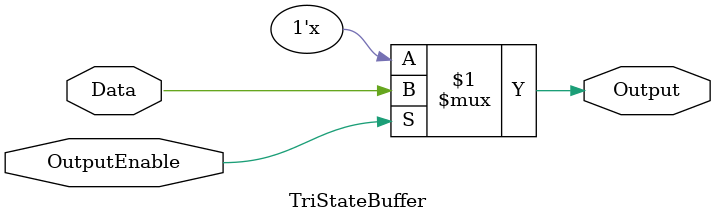
<source format=v>
module BitCell(clk, 
               rst, // Reset (for flip-flop)
               D, 
               WriteEnable, 
               ReadEnable1, 
               ReadEnable2, 
               Bitline1, 
               Bitline2);
  input clk, rst, D, WriteEnable, ReadEnable1, ReadEnable2;
  inout Bitline1, Bitline2;
  wire Q;

  dff DFlipFlop(.q(Q), .d(D), .wen(WriteEnable), .clk(clk), .rst(rst));
  TriStateBuffer T1(.Data(Q), .OutputEnable(ReadEnable1), .Output(Bitline1));
  TriStateBuffer T2(.Data(Q), .OutputEnable(ReadEnable2), .Output(Bitline2));
endmodule

// Tri stage buffer module
module TriStateBuffer(Data, OutputEnable, Output);
  input Data, OutputEnable;
  output Output;

  assign Output = OutputEnable ? Data : 1'bZ;
endmodule
</source>
